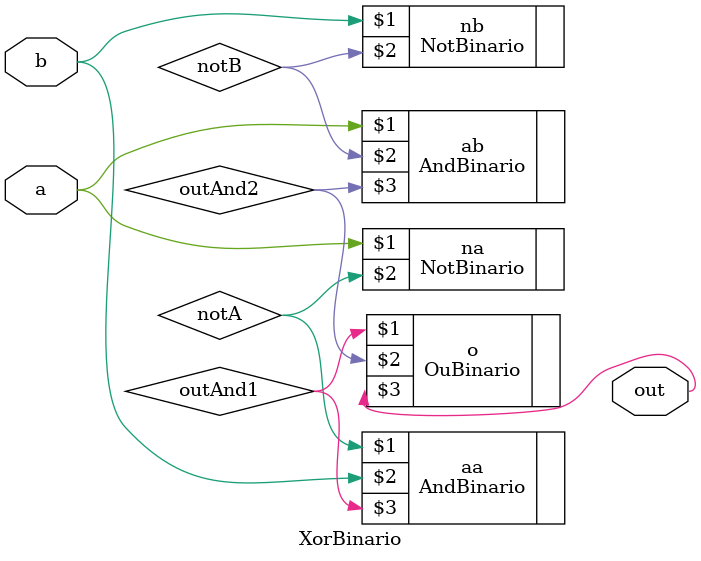
<source format=v>
module XorBinario(a,b,out);
	input a;
	input b;
	output out;
	wire notA,notB,outAnd1,outAnd2;
	
	
	NotBinario na(a,notA);
	NotBinario nb(b,notB);
	AndBinario aa(notA,b,outAnd1);
	AndBinario ab(a,notB,outAnd2);
	OuBinario o(outAnd1,outAnd2,out);
endmodule 

</source>
